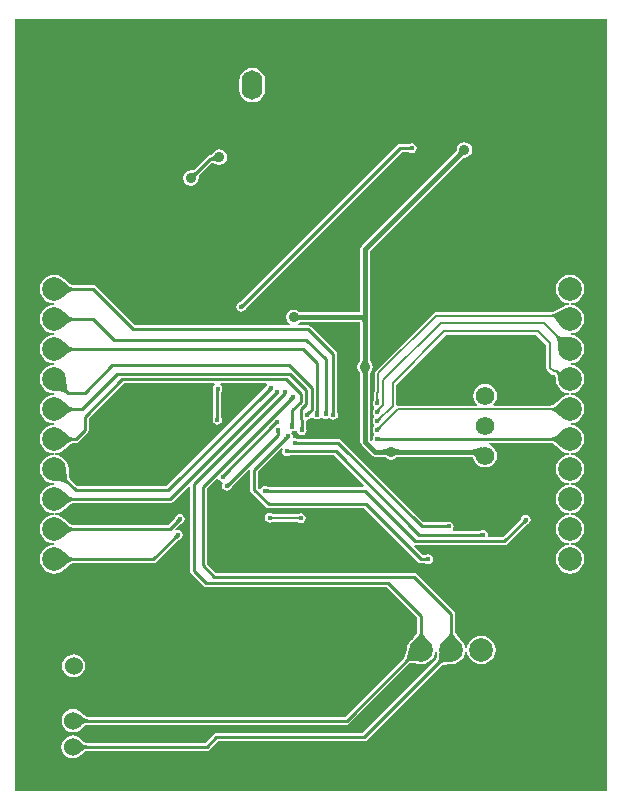
<source format=gbl>
G04*
G04 #@! TF.GenerationSoftware,Altium Limited,Altium Designer,19.0.15 (446)*
G04*
G04 Layer_Physical_Order=2*
G04 Layer_Color=16711680*
%FSLAX25Y25*%
%MOIN*%
G70*
G01*
G75*
%ADD14C,0.01000*%
%ADD62C,0.01600*%
%ADD63C,0.00800*%
%ADD64C,0.06200*%
%ADD65R,0.06200X0.06200*%
%ADD66O,0.06890X0.09843*%
%ADD67C,0.07874*%
%ADD68C,0.06000*%
%ADD69C,0.03500*%
%ADD70C,0.01600*%
G36*
X308677Y231326D02*
X111326Y231326D01*
X111326Y488674D01*
X308677D01*
Y231326D01*
D02*
G37*
%LPC*%
G36*
X190500Y472258D02*
X189392Y472112D01*
X188359Y471684D01*
X187472Y471004D01*
X186792Y470117D01*
X186364Y469085D01*
X186219Y467976D01*
Y465024D01*
X186364Y463915D01*
X186792Y462883D01*
X187472Y461996D01*
X188359Y461316D01*
X189392Y460888D01*
X190500Y460742D01*
X191608Y460888D01*
X192641Y461316D01*
X193527Y461996D01*
X194208Y462883D01*
X194636Y463915D01*
X194781Y465024D01*
Y467976D01*
X194636Y469085D01*
X194208Y470117D01*
X193527Y471004D01*
X192641Y471684D01*
X191608Y472112D01*
X190500Y472258D01*
D02*
G37*
G36*
X243600Y447131D02*
X242976Y447007D01*
X242704Y446826D01*
X239700D01*
X239193Y446725D01*
X238763Y446437D01*
X186496Y394171D01*
X186176Y394107D01*
X185646Y393754D01*
X185293Y393224D01*
X185169Y392600D01*
X185293Y391976D01*
X185646Y391446D01*
X186176Y391093D01*
X186800Y390969D01*
X187424Y391093D01*
X187953Y391446D01*
X188307Y391976D01*
X188371Y392297D01*
X240249Y444174D01*
X242704D01*
X242976Y443993D01*
X243600Y443869D01*
X244224Y443993D01*
X244754Y444347D01*
X245107Y444876D01*
X245231Y445500D01*
X245107Y446124D01*
X244754Y446654D01*
X244224Y447007D01*
X243600Y447131D01*
D02*
G37*
G36*
X261200Y447500D02*
X260205Y447302D01*
X259362Y446738D01*
X258798Y445895D01*
X258600Y444900D01*
X258622Y444792D01*
X258615Y444765D01*
X258595Y444711D01*
X258565Y444648D01*
X258523Y444574D01*
X258474Y444501D01*
X258383Y444390D01*
X226946Y412954D01*
X226593Y412424D01*
X226469Y411800D01*
Y390731D01*
X206615D01*
X206521Y390744D01*
X206424Y390763D01*
X206342Y390785D01*
X206276Y390809D01*
X206224Y390833D01*
X206200Y390847D01*
X206138Y390938D01*
X205295Y391502D01*
X204300Y391700D01*
X203305Y391502D01*
X202462Y390938D01*
X201898Y390095D01*
X201700Y389100D01*
X201898Y388105D01*
X202462Y387262D01*
X202964Y386926D01*
X202813Y386425D01*
X151249D01*
X138237Y399437D01*
X137807Y399725D01*
X137300Y399826D01*
X130691D01*
X130641Y399830D01*
X130473Y399871D01*
X130261Y399951D01*
X130011Y400076D01*
X129726Y400248D01*
X129427Y400457D01*
X128298Y401427D01*
X127994Y401728D01*
X127878Y401878D01*
X126889Y402638D01*
X125737Y403115D01*
X124500Y403278D01*
X123263Y403115D01*
X122111Y402638D01*
X121122Y401878D01*
X120362Y400889D01*
X119885Y399737D01*
X119722Y398500D01*
X119885Y397263D01*
X120362Y396111D01*
X121122Y395122D01*
X122111Y394362D01*
X123263Y393885D01*
X124231Y393758D01*
X124272Y393752D01*
Y393248D01*
X124231Y393242D01*
X123263Y393115D01*
X122111Y392638D01*
X121122Y391879D01*
X120362Y390889D01*
X119885Y389737D01*
X119722Y388500D01*
X119885Y387263D01*
X120362Y386111D01*
X121122Y385121D01*
X122111Y384362D01*
X123263Y383885D01*
X124231Y383758D01*
X124272Y383752D01*
Y383248D01*
X124231Y383242D01*
X123263Y383115D01*
X122111Y382638D01*
X121122Y381878D01*
X120362Y380889D01*
X119885Y379737D01*
X119722Y378500D01*
X119885Y377263D01*
X120362Y376111D01*
X121122Y375121D01*
X122111Y374362D01*
X123263Y373885D01*
X124231Y373758D01*
X124272Y373752D01*
Y373248D01*
X124231Y373242D01*
X123263Y373115D01*
X122111Y372638D01*
X121122Y371879D01*
X120362Y370889D01*
X119885Y369737D01*
X119722Y368500D01*
X119885Y367263D01*
X120362Y366111D01*
X121122Y365122D01*
X122111Y364362D01*
X123263Y363885D01*
X124272Y363752D01*
Y363248D01*
X124251Y363245D01*
X123263Y363115D01*
X122111Y362638D01*
X121122Y361878D01*
X120362Y360889D01*
X119885Y359737D01*
X119722Y358500D01*
X119885Y357263D01*
X120362Y356111D01*
X121122Y355121D01*
X122111Y354362D01*
X123263Y353885D01*
X124231Y353758D01*
X124272Y353752D01*
Y353248D01*
X124231Y353242D01*
X123263Y353115D01*
X122111Y352638D01*
X121122Y351878D01*
X120362Y350889D01*
X119885Y349737D01*
X119722Y348500D01*
X119885Y347263D01*
X120362Y346111D01*
X121122Y345122D01*
X122111Y344362D01*
X123263Y343885D01*
X124231Y343758D01*
X124272Y343752D01*
Y343248D01*
X124231Y343242D01*
X123263Y343115D01*
X122111Y342638D01*
X121122Y341879D01*
X120362Y340889D01*
X119885Y339737D01*
X119722Y338500D01*
X119885Y337263D01*
X120362Y336111D01*
X121122Y335121D01*
X122111Y334362D01*
X123263Y333885D01*
X124272Y333752D01*
Y333248D01*
X124251Y333245D01*
X123263Y333115D01*
X122111Y332638D01*
X121122Y331878D01*
X120362Y330889D01*
X119885Y329737D01*
X119722Y328500D01*
X119885Y327263D01*
X120362Y326111D01*
X121122Y325121D01*
X122111Y324362D01*
X123263Y323885D01*
X124231Y323758D01*
X124272Y323752D01*
Y323248D01*
X124231Y323242D01*
X123263Y323115D01*
X122111Y322638D01*
X121122Y321879D01*
X120362Y320889D01*
X119885Y319737D01*
X119722Y318500D01*
X119885Y317263D01*
X120362Y316111D01*
X121122Y315122D01*
X122111Y314362D01*
X123263Y313885D01*
X124231Y313758D01*
X124272Y313752D01*
Y313248D01*
X124231Y313242D01*
X123263Y313115D01*
X122111Y312638D01*
X121122Y311878D01*
X120362Y310889D01*
X119885Y309737D01*
X119722Y308500D01*
X119885Y307263D01*
X120362Y306111D01*
X121122Y305121D01*
X122111Y304362D01*
X123263Y303885D01*
X124500Y303722D01*
X125737Y303885D01*
X126889Y304362D01*
X127878Y305121D01*
X127994Y305272D01*
X128304Y305579D01*
X129075Y306269D01*
X129411Y306532D01*
X129726Y306752D01*
X130011Y306924D01*
X130261Y307049D01*
X130473Y307129D01*
X130641Y307170D01*
X130691Y307174D01*
X157500D01*
X158007Y307275D01*
X158437Y307563D01*
X165903Y315029D01*
X166224Y315093D01*
X166753Y315446D01*
X167107Y315976D01*
X167231Y316600D01*
X167107Y317224D01*
X166753Y317754D01*
X166224Y318107D01*
X165600Y318231D01*
X165117Y318135D01*
X164860Y318585D01*
X166604Y320329D01*
X166924Y320393D01*
X167454Y320746D01*
X167807Y321276D01*
X167931Y321900D01*
X167807Y322524D01*
X167454Y323054D01*
X166924Y323407D01*
X166300Y323531D01*
X165676Y323407D01*
X165147Y323054D01*
X164793Y322524D01*
X164729Y322203D01*
X162351Y319826D01*
X130691D01*
X130641Y319830D01*
X130473Y319871D01*
X130261Y319951D01*
X130011Y320076D01*
X129726Y320248D01*
X129427Y320457D01*
X128298Y321427D01*
X127994Y321728D01*
X127878Y321879D01*
X126889Y322638D01*
X125737Y323115D01*
X124769Y323242D01*
X124728Y323248D01*
Y323752D01*
X124769Y323758D01*
X125737Y323885D01*
X126889Y324362D01*
X127878Y325121D01*
X127994Y325272D01*
X128304Y325579D01*
X129075Y326269D01*
X129411Y326532D01*
X129726Y326752D01*
X130011Y326924D01*
X130261Y327049D01*
X130473Y327129D01*
X130641Y327170D01*
X130691Y327174D01*
X163000D01*
X163507Y327275D01*
X163937Y327563D01*
X169313Y332938D01*
X169774Y332747D01*
Y304700D01*
X169875Y304193D01*
X170163Y303763D01*
X174263Y299663D01*
X174693Y299375D01*
X175200Y299274D01*
X235251D01*
X245508Y289018D01*
Y284390D01*
X245503Y284342D01*
X245462Y284173D01*
X245382Y283961D01*
X245257Y283711D01*
X245085Y283426D01*
X244876Y283126D01*
X243906Y281998D01*
X243605Y281694D01*
X243455Y281578D01*
X242695Y280589D01*
X242218Y279437D01*
X242192Y279237D01*
X242054Y278712D01*
X241567Y277057D01*
X241284Y276274D01*
X241164Y275993D01*
X241057Y275780D01*
X240978Y275653D01*
X221351Y256026D01*
X135458D01*
X135335Y256052D01*
X135184Y256103D01*
X135006Y256184D01*
X134805Y256297D01*
X134583Y256443D01*
X134351Y256618D01*
X133806Y257094D01*
X133587Y257310D01*
X133510Y257410D01*
X132716Y258019D01*
X131792Y258402D01*
X130800Y258533D01*
X129808Y258402D01*
X128884Y258019D01*
X128090Y257410D01*
X127481Y256616D01*
X127098Y255692D01*
X126967Y254700D01*
X127098Y253708D01*
X127481Y252784D01*
X128090Y251990D01*
X128884Y251381D01*
X129808Y250998D01*
X130800Y250867D01*
X131792Y250998D01*
X132716Y251381D01*
X133510Y251990D01*
X133587Y252090D01*
X133806Y252306D01*
X134350Y252782D01*
X134583Y252957D01*
X134805Y253103D01*
X135006Y253216D01*
X135184Y253297D01*
X135335Y253348D01*
X135458Y253375D01*
X221900D01*
X222407Y253475D01*
X222837Y253763D01*
X242681Y273606D01*
X242736Y273653D01*
X242880Y273738D01*
X243059Y273810D01*
X243281Y273866D01*
X243549Y273900D01*
X243864Y273907D01*
X244212Y273886D01*
X245088Y273740D01*
X245432Y273653D01*
X245597Y273585D01*
X246833Y273422D01*
X248070Y273585D01*
X249222Y274062D01*
X250212Y274821D01*
X250971Y275811D01*
X251448Y276963D01*
X251575Y277930D01*
X251580Y277962D01*
X252080Y277928D01*
X252078Y277576D01*
X252020Y276543D01*
X251969Y276119D01*
X251902Y275741D01*
X251822Y275418D01*
X251733Y275152D01*
X251640Y274946D01*
X251550Y274798D01*
X251518Y274760D01*
X227284Y250525D01*
X178526D01*
X178019Y250425D01*
X177589Y250137D01*
X174678Y247225D01*
X135258D01*
X135135Y247252D01*
X134984Y247303D01*
X134806Y247384D01*
X134605Y247497D01*
X134383Y247643D01*
X134151Y247818D01*
X133606Y248294D01*
X133387Y248510D01*
X133310Y248610D01*
X132516Y249219D01*
X131592Y249602D01*
X130600Y249733D01*
X129608Y249602D01*
X128684Y249219D01*
X127890Y248610D01*
X127281Y247816D01*
X126898Y246892D01*
X126767Y245900D01*
X126898Y244908D01*
X127281Y243984D01*
X127890Y243190D01*
X128684Y242581D01*
X129608Y242198D01*
X130600Y242067D01*
X131592Y242198D01*
X132516Y242581D01*
X133310Y243190D01*
X133387Y243290D01*
X133606Y243506D01*
X134150Y243982D01*
X134383Y244157D01*
X134605Y244303D01*
X134806Y244416D01*
X134984Y244497D01*
X135135Y244548D01*
X135258Y244574D01*
X175226D01*
X175734Y244675D01*
X176164Y244963D01*
X179076Y247874D01*
X227833D01*
X228340Y247975D01*
X228770Y248263D01*
X253393Y272885D01*
X253431Y272917D01*
X253579Y273007D01*
X253785Y273100D01*
X254051Y273189D01*
X254374Y273269D01*
X254734Y273332D01*
X256218Y273445D01*
X256645Y273447D01*
X256833Y273422D01*
X258070Y273585D01*
X259222Y274062D01*
X260211Y274821D01*
X260971Y275811D01*
X261448Y276963D01*
X261576Y277930D01*
X261581Y277972D01*
X262085D01*
X262091Y277930D01*
X262218Y276963D01*
X262695Y275811D01*
X263455Y274821D01*
X264444Y274062D01*
X265597Y273585D01*
X266833Y273422D01*
X268070Y273585D01*
X269222Y274062D01*
X270212Y274821D01*
X270971Y275811D01*
X271448Y276963D01*
X271611Y278200D01*
X271448Y279437D01*
X270971Y280589D01*
X270212Y281578D01*
X269222Y282338D01*
X268070Y282815D01*
X266833Y282978D01*
X265597Y282815D01*
X264444Y282338D01*
X263455Y281578D01*
X262695Y280589D01*
X262218Y279437D01*
X262091Y278469D01*
X262085Y278428D01*
X261581D01*
X261576Y278469D01*
X261448Y279437D01*
X260971Y280589D01*
X260211Y281578D01*
X260061Y281694D01*
X259754Y282003D01*
X259064Y282775D01*
X258801Y283111D01*
X258581Y283426D01*
X258409Y283711D01*
X258284Y283961D01*
X258204Y284173D01*
X258163Y284342D01*
X258158Y284390D01*
Y290167D01*
X258058Y290674D01*
X257770Y291104D01*
X245237Y303637D01*
X244807Y303925D01*
X244300Y304026D01*
X178349D01*
X175326Y307049D01*
Y332151D01*
X178611Y335437D01*
X179014Y335314D01*
X179119Y335237D01*
X179446Y334747D01*
X179976Y334393D01*
X180355Y334317D01*
X180607Y333805D01*
X180608Y333796D01*
X180493Y333624D01*
X180369Y333000D01*
X180493Y332376D01*
X180847Y331846D01*
X181376Y331493D01*
X182000Y331369D01*
X182624Y331493D01*
X183153Y331846D01*
X183507Y332376D01*
X183571Y332697D01*
X189287Y338413D01*
X189517Y338359D01*
X189775Y338193D01*
Y331700D01*
X189875Y331193D01*
X190163Y330763D01*
X194963Y325963D01*
X195393Y325675D01*
X195900Y325574D01*
X195900Y325574D01*
X227751D01*
X245763Y307563D01*
X246193Y307275D01*
X246700Y307174D01*
X248204D01*
X248476Y306993D01*
X249100Y306869D01*
X249724Y306993D01*
X250254Y307347D01*
X250607Y307876D01*
X250731Y308500D01*
X250607Y309124D01*
X250254Y309653D01*
X249724Y310007D01*
X249100Y310131D01*
X248476Y310007D01*
X248204Y309825D01*
X247249D01*
X244313Y312762D01*
X244559Y313222D01*
X244800Y313175D01*
X274500D01*
X275007Y313275D01*
X275437Y313563D01*
X282003Y320129D01*
X282324Y320193D01*
X282854Y320547D01*
X283207Y321076D01*
X283331Y321700D01*
X283207Y322324D01*
X282854Y322853D01*
X282324Y323207D01*
X281700Y323331D01*
X281076Y323207D01*
X280546Y322853D01*
X280193Y322324D01*
X280129Y322004D01*
X273951Y315826D01*
X269362D01*
X268977Y316325D01*
X269031Y316600D01*
X268907Y317224D01*
X268553Y317754D01*
X268024Y318107D01*
X267400Y318231D01*
X266776Y318107D01*
X266504Y317926D01*
X257505D01*
X257273Y318425D01*
X257507Y318776D01*
X257631Y319400D01*
X257507Y320024D01*
X257154Y320553D01*
X256624Y320907D01*
X256000Y321031D01*
X255376Y320907D01*
X255104Y320725D01*
X247549D01*
X220137Y348137D01*
X219707Y348425D01*
X219200Y348526D01*
X205496D01*
X205224Y348707D01*
X204600Y348831D01*
X204292Y348770D01*
X203870Y349192D01*
X203931Y349500D01*
X203807Y350124D01*
X203489Y350601D01*
X203563Y350823D01*
X203725Y351074D01*
X204324Y351193D01*
X204816Y351521D01*
X205067Y351459D01*
X205314Y351336D01*
X205426Y350776D01*
X205780Y350247D01*
X206309Y349893D01*
X206933Y349769D01*
X207557Y349893D01*
X208087Y350247D01*
X208440Y350776D01*
X208564Y351400D01*
X208440Y352024D01*
X208259Y352296D01*
Y354567D01*
X208740Y354981D01*
X208800Y354969D01*
X209424Y355093D01*
X209953Y355447D01*
X210133Y355715D01*
X210728Y355724D01*
X210846Y355546D01*
X211376Y355193D01*
X212000Y355069D01*
X212624Y355193D01*
X213154Y355546D01*
X213233Y355666D01*
X213620D01*
X213798Y355612D01*
X214276Y355293D01*
X214900Y355169D01*
X215524Y355293D01*
X215748Y355442D01*
X216347Y355447D01*
X216876Y355093D01*
X217500Y354969D01*
X218124Y355093D01*
X218653Y355447D01*
X219007Y355976D01*
X219131Y356600D01*
X219007Y357224D01*
X218826Y357496D01*
Y376800D01*
X218725Y377307D01*
X218437Y377737D01*
X210137Y386037D01*
X209707Y386325D01*
X209200Y386425D01*
X205787D01*
X205635Y386926D01*
X206138Y387262D01*
X206200Y387353D01*
X206224Y387367D01*
X206276Y387391D01*
X206342Y387415D01*
X206424Y387437D01*
X206510Y387454D01*
X206653Y387469D01*
X226324D01*
X226469Y387324D01*
Y374915D01*
X226456Y374821D01*
X226437Y374724D01*
X226415Y374642D01*
X226391Y374576D01*
X226367Y374523D01*
X226353Y374500D01*
X226261Y374439D01*
X225698Y373595D01*
X225500Y372600D01*
X225698Y371605D01*
X226261Y370761D01*
X226354Y370700D01*
X226367Y370676D01*
X226391Y370624D01*
X226415Y370558D01*
X226437Y370476D01*
X226454Y370390D01*
X226469Y370247D01*
Y347700D01*
X226593Y347076D01*
X226946Y346547D01*
X230346Y343146D01*
X230876Y342793D01*
X231500Y342669D01*
X234385D01*
X234479Y342656D01*
X234576Y342637D01*
X234658Y342615D01*
X234724Y342591D01*
X234776Y342567D01*
X234800Y342553D01*
X234861Y342461D01*
X235705Y341898D01*
X236700Y341700D01*
X237695Y341898D01*
X238539Y342461D01*
X238600Y342553D01*
X238623Y342567D01*
X238676Y342591D01*
X238742Y342615D01*
X238824Y342637D01*
X238910Y342654D01*
X239053Y342669D01*
X263392D01*
X263531Y342644D01*
X263670Y342600D01*
X263794Y342542D01*
X263907Y342467D01*
X264014Y342371D01*
X264119Y342249D01*
X264222Y342096D01*
X264320Y341908D01*
X264424Y341651D01*
X264459Y341599D01*
X264693Y341033D01*
X265318Y340218D01*
X266133Y339593D01*
X267082Y339200D01*
X268100Y339066D01*
X269118Y339200D01*
X270067Y339593D01*
X270882Y340218D01*
X271507Y341033D01*
X271900Y341982D01*
X272034Y343000D01*
X271900Y344018D01*
X271507Y344967D01*
X270882Y345781D01*
X270067Y346407D01*
X269299Y346725D01*
X269399Y347224D01*
X290204D01*
X290254Y347220D01*
X290423Y347179D01*
X290633Y347099D01*
X290881Y346974D01*
X291163Y346801D01*
X291473Y346581D01*
X291804Y346317D01*
X292563Y345624D01*
X292895Y345286D01*
X293021Y345122D01*
X294011Y344362D01*
X295163Y343885D01*
X296130Y343758D01*
X296172Y343752D01*
Y343248D01*
X296130Y343242D01*
X295163Y343115D01*
X294011Y342638D01*
X293021Y341879D01*
X292262Y340889D01*
X291785Y339737D01*
X291622Y338500D01*
X291785Y337263D01*
X292262Y336111D01*
X293021Y335121D01*
X294011Y334362D01*
X295163Y333885D01*
X296130Y333758D01*
X296172Y333752D01*
Y333248D01*
X296130Y333242D01*
X295163Y333115D01*
X294011Y332638D01*
X293021Y331878D01*
X292262Y330889D01*
X291785Y329737D01*
X291622Y328500D01*
X291785Y327263D01*
X292262Y326111D01*
X293021Y325121D01*
X294011Y324362D01*
X295163Y323885D01*
X296130Y323758D01*
X296172Y323752D01*
Y323248D01*
X296130Y323242D01*
X295163Y323115D01*
X294011Y322638D01*
X293021Y321879D01*
X292262Y320889D01*
X291785Y319737D01*
X291622Y318500D01*
X291785Y317263D01*
X292262Y316111D01*
X293021Y315122D01*
X294011Y314362D01*
X295163Y313885D01*
X296130Y313758D01*
X296172Y313752D01*
Y313248D01*
X296130Y313242D01*
X295163Y313115D01*
X294011Y312638D01*
X293021Y311878D01*
X292262Y310889D01*
X291785Y309737D01*
X291622Y308500D01*
X291785Y307263D01*
X292262Y306111D01*
X293021Y305121D01*
X294011Y304362D01*
X295163Y303885D01*
X296400Y303722D01*
X297637Y303885D01*
X298789Y304362D01*
X299779Y305121D01*
X300538Y306111D01*
X301015Y307263D01*
X301178Y308500D01*
X301015Y309737D01*
X300538Y310889D01*
X299779Y311878D01*
X298789Y312638D01*
X297637Y313115D01*
X296670Y313242D01*
X296628Y313248D01*
Y313752D01*
X296670Y313758D01*
X297637Y313885D01*
X298789Y314362D01*
X299779Y315122D01*
X300538Y316111D01*
X301015Y317263D01*
X301178Y318500D01*
X301015Y319737D01*
X300538Y320889D01*
X299779Y321879D01*
X298789Y322638D01*
X297637Y323115D01*
X296670Y323242D01*
X296628Y323248D01*
Y323752D01*
X296670Y323758D01*
X297637Y323885D01*
X298789Y324362D01*
X299779Y325121D01*
X300538Y326111D01*
X301015Y327263D01*
X301178Y328500D01*
X301015Y329737D01*
X300538Y330889D01*
X299779Y331878D01*
X298789Y332638D01*
X297637Y333115D01*
X296670Y333242D01*
X296628Y333248D01*
Y333752D01*
X296670Y333758D01*
X297637Y333885D01*
X298789Y334362D01*
X299779Y335121D01*
X300538Y336111D01*
X301015Y337263D01*
X301178Y338500D01*
X301015Y339737D01*
X300538Y340889D01*
X299779Y341879D01*
X298789Y342638D01*
X297637Y343115D01*
X296670Y343242D01*
X296628Y343248D01*
Y343752D01*
X296670Y343758D01*
X297637Y343885D01*
X298789Y344362D01*
X299779Y345122D01*
X300538Y346111D01*
X301015Y347263D01*
X301178Y348500D01*
X301015Y349737D01*
X300538Y350889D01*
X299779Y351878D01*
X298789Y352638D01*
X297637Y353115D01*
X296670Y353242D01*
X296628Y353248D01*
Y353752D01*
X296670Y353758D01*
X297637Y353885D01*
X298789Y354362D01*
X299779Y355121D01*
X300538Y356111D01*
X301015Y357263D01*
X301178Y358500D01*
X301015Y359737D01*
X300538Y360889D01*
X299779Y361878D01*
X298789Y362638D01*
X297637Y363115D01*
X296670Y363242D01*
X296628Y363248D01*
Y363752D01*
X296670Y363758D01*
X297637Y363885D01*
X298789Y364362D01*
X299779Y365122D01*
X300538Y366111D01*
X301015Y367263D01*
X301178Y368500D01*
X301015Y369737D01*
X300538Y370889D01*
X299779Y371879D01*
X298789Y372638D01*
X297637Y373115D01*
X296670Y373242D01*
X296628Y373248D01*
Y373752D01*
X296670Y373758D01*
X297637Y373885D01*
X298789Y374362D01*
X299779Y375121D01*
X300538Y376111D01*
X301015Y377263D01*
X301178Y378500D01*
X301015Y379737D01*
X300538Y380889D01*
X299779Y381878D01*
X298789Y382638D01*
X297637Y383115D01*
X296632Y383247D01*
X296628Y383248D01*
Y383752D01*
X296652Y383755D01*
X297637Y383885D01*
X298789Y384362D01*
X299779Y385121D01*
X300538Y386111D01*
X301015Y387263D01*
X301178Y388500D01*
X301015Y389737D01*
X300538Y390889D01*
X299779Y391879D01*
X298789Y392638D01*
X297637Y393115D01*
X296670Y393242D01*
X296628Y393248D01*
Y393752D01*
X296670Y393758D01*
X297637Y393885D01*
X298789Y394362D01*
X299779Y395122D01*
X300538Y396111D01*
X301015Y397263D01*
X301178Y398500D01*
X301015Y399737D01*
X300538Y400889D01*
X299779Y401878D01*
X298789Y402638D01*
X297637Y403115D01*
X296400Y403278D01*
X295163Y403115D01*
X294011Y402638D01*
X293021Y401878D01*
X292262Y400889D01*
X291785Y399737D01*
X291622Y398500D01*
X291785Y397263D01*
X292262Y396111D01*
X293021Y395122D01*
X294011Y394362D01*
X295163Y393885D01*
X296130Y393758D01*
X296172Y393752D01*
Y393248D01*
X296130Y393242D01*
X295163Y393115D01*
X294011Y392638D01*
X293913Y392563D01*
X293509Y392351D01*
X291408Y391312D01*
X290747Y391029D01*
X290535Y390953D01*
X290431Y390924D01*
X251800D01*
X251332Y390830D01*
X250935Y390565D01*
X231635Y371265D01*
X231370Y370868D01*
X231276Y370400D01*
Y364549D01*
X231070Y364240D01*
X230977Y363772D01*
Y361609D01*
X230693Y361184D01*
X230569Y360560D01*
X230693Y359936D01*
X231047Y359406D01*
X231183Y359315D01*
Y358815D01*
X231047Y358723D01*
X230693Y358194D01*
X230569Y357570D01*
X230693Y356946D01*
X231047Y356417D01*
X231183Y356325D01*
Y355825D01*
X231047Y355733D01*
X230693Y355204D01*
X230569Y354580D01*
X230693Y353956D01*
X231047Y353427D01*
X231183Y353335D01*
Y352835D01*
X231047Y352744D01*
X230693Y352214D01*
X230569Y351590D01*
X230693Y350966D01*
X231047Y350436D01*
X231183Y350345D01*
Y349845D01*
X231047Y349753D01*
X230693Y349224D01*
X230569Y348600D01*
X230657Y348158D01*
X230196Y347911D01*
X229731Y348376D01*
Y370285D01*
X229744Y370379D01*
X229763Y370476D01*
X229785Y370558D01*
X229809Y370624D01*
X229833Y370676D01*
X229847Y370700D01*
X229939Y370761D01*
X230502Y371605D01*
X230700Y372600D01*
X230502Y373595D01*
X229939Y374439D01*
X229847Y374500D01*
X229833Y374523D01*
X229809Y374576D01*
X229785Y374642D01*
X229763Y374724D01*
X229746Y374810D01*
X229731Y374953D01*
Y388000D01*
Y411124D01*
X260717Y442110D01*
X260791Y442167D01*
X260874Y442222D01*
X260948Y442265D01*
X261011Y442295D01*
X261065Y442315D01*
X261092Y442322D01*
X261200Y442300D01*
X262195Y442498D01*
X263038Y443061D01*
X263602Y443905D01*
X263800Y444900D01*
X263602Y445895D01*
X263038Y446738D01*
X262195Y447302D01*
X261200Y447500D01*
D02*
G37*
G36*
X179500Y445100D02*
X178505Y444902D01*
X177662Y444339D01*
X177297Y443793D01*
X177263Y443755D01*
X177188Y443631D01*
X177132Y443552D01*
X177079Y443492D01*
X177029Y443446D01*
X176983Y443412D01*
X176937Y443387D01*
X176890Y443367D01*
X176837Y443352D01*
X176806Y443347D01*
X176522D01*
X176014Y443246D01*
X175584Y442959D01*
X170912Y438286D01*
X170881Y438263D01*
X170813Y438222D01*
X170737Y438184D01*
X170650Y438150D01*
X170551Y438121D01*
X170440Y438097D01*
X170316Y438079D01*
X170177Y438068D01*
X170160Y438068D01*
X170000Y438100D01*
X169005Y437902D01*
X168162Y437338D01*
X167598Y436495D01*
X167400Y435500D01*
X167598Y434505D01*
X168162Y433662D01*
X169005Y433098D01*
X170000Y432900D01*
X170995Y433098D01*
X171838Y433662D01*
X172402Y434505D01*
X172600Y435500D01*
X172568Y435660D01*
X172569Y435677D01*
X172579Y435816D01*
X172597Y435940D01*
X172621Y436052D01*
X172650Y436150D01*
X172684Y436237D01*
X172722Y436313D01*
X172763Y436381D01*
X172786Y436412D01*
X177071Y440696D01*
X177132D01*
X177165Y440692D01*
X177253Y440677D01*
X177504Y440608D01*
X177607Y440571D01*
X178078Y440354D01*
X178240Y440265D01*
X178268Y440256D01*
X178505Y440098D01*
X179500Y439900D01*
X180495Y440098D01*
X181338Y440661D01*
X181902Y441505D01*
X182100Y442500D01*
X181902Y443495D01*
X181338Y444339D01*
X180495Y444902D01*
X179500Y445100D01*
D02*
G37*
G36*
X196300Y323931D02*
X195676Y323807D01*
X195147Y323453D01*
X194793Y322924D01*
X194669Y322300D01*
X194793Y321676D01*
X195147Y321146D01*
X195676Y320793D01*
X196300Y320669D01*
X196924Y320793D01*
X197180Y320964D01*
X197182Y320964D01*
X197194Y320969D01*
X197197Y320970D01*
X197199Y320970D01*
X197275Y320976D01*
X205526D01*
X205546Y320947D01*
X206076Y320593D01*
X206700Y320469D01*
X207324Y320593D01*
X207854Y320947D01*
X208207Y321476D01*
X208331Y322100D01*
X208207Y322724D01*
X207854Y323253D01*
X207324Y323607D01*
X206700Y323731D01*
X206076Y323607D01*
X205820Y323436D01*
X205818Y323436D01*
X205806Y323431D01*
X205803Y323430D01*
X205801Y323430D01*
X205725Y323424D01*
X197474D01*
X197453Y323453D01*
X196924Y323807D01*
X196300Y323931D01*
D02*
G37*
G36*
X130900Y276733D02*
X129908Y276602D01*
X128984Y276219D01*
X128190Y275610D01*
X127581Y274816D01*
X127198Y273892D01*
X127067Y272900D01*
X127198Y271908D01*
X127581Y270984D01*
X128190Y270190D01*
X128984Y269581D01*
X129908Y269198D01*
X130900Y269067D01*
X131892Y269198D01*
X132816Y269581D01*
X133610Y270190D01*
X134219Y270984D01*
X134602Y271908D01*
X134733Y272900D01*
X134602Y273892D01*
X134219Y274816D01*
X133610Y275610D01*
X132816Y276219D01*
X131892Y276602D01*
X130900Y276733D01*
D02*
G37*
%LPD*%
G36*
X243029Y444940D02*
X243013Y444951D01*
X242988Y444962D01*
X242956Y444971D01*
X242915Y444978D01*
X242866Y444985D01*
X242743Y444995D01*
X242495Y445000D01*
Y446000D01*
X242586Y446001D01*
X242915Y446022D01*
X242956Y446029D01*
X242988Y446038D01*
X243013Y446049D01*
X243029Y446060D01*
Y444940D01*
D02*
G37*
G36*
X187935Y393027D02*
X187871Y392963D01*
X187653Y392715D01*
X187630Y392681D01*
X187613Y392652D01*
X187603Y392627D01*
X187600Y392608D01*
X186808Y393400D01*
X186827Y393403D01*
X186852Y393413D01*
X186881Y393430D01*
X186915Y393453D01*
X186955Y393483D01*
X187049Y393564D01*
X187227Y393735D01*
X187935Y393027D01*
D02*
G37*
G36*
X261182Y443150D02*
X261063Y443145D01*
X260942Y443126D01*
X260819Y443093D01*
X260695Y443048D01*
X260570Y442988D01*
X260443Y442916D01*
X260315Y442830D01*
X260186Y442730D01*
X260055Y442618D01*
X259923Y442491D01*
X258791Y443623D01*
X258917Y443755D01*
X259130Y444015D01*
X259216Y444143D01*
X259288Y444270D01*
X259348Y444395D01*
X259393Y444519D01*
X259426Y444642D01*
X259445Y444763D01*
X259450Y444882D01*
X261182Y443150D01*
D02*
G37*
G36*
X127744Y400827D02*
X128926Y399812D01*
X129281Y399564D01*
X129617Y399361D01*
X129934Y399203D01*
X130231Y399090D01*
X130509Y399023D01*
X130767Y399000D01*
Y398000D01*
X130509Y397977D01*
X130231Y397910D01*
X129934Y397797D01*
X129617Y397639D01*
X129281Y397436D01*
X128926Y397188D01*
X128551Y396895D01*
X127744Y396173D01*
X127312Y395744D01*
Y401256D01*
X127744Y400827D01*
D02*
G37*
G36*
X205638Y390244D02*
X205737Y390172D01*
X205847Y390108D01*
X205967Y390053D01*
X206097Y390006D01*
X206238Y389968D01*
X206389Y389938D01*
X206551Y389917D01*
X206724Y389904D01*
X206906Y389900D01*
Y388300D01*
X206724Y388296D01*
X206389Y388262D01*
X206238Y388232D01*
X206097Y388194D01*
X205967Y388147D01*
X205847Y388092D01*
X205737Y388028D01*
X205638Y387956D01*
X205550Y387875D01*
Y390325D01*
X205638Y390244D01*
D02*
G37*
G36*
X292882Y386732D02*
X292623Y387220D01*
X292097Y388042D01*
X291831Y388376D01*
X291562Y388658D01*
X291291Y388889D01*
X291018Y389069D01*
X290742Y389197D01*
X290463Y389274D01*
X290183Y389300D01*
X290441Y390100D01*
X290582Y390119D01*
X290784Y390175D01*
X291045Y390269D01*
X291749Y390570D01*
X293879Y391624D01*
X294562Y391982D01*
X292882Y386732D01*
D02*
G37*
G36*
X127744Y390827D02*
X128926Y389812D01*
X129281Y389564D01*
X129617Y389361D01*
X129934Y389203D01*
X130231Y389090D01*
X130509Y389023D01*
X130767Y389000D01*
Y388000D01*
X130509Y387977D01*
X130231Y387910D01*
X129934Y387797D01*
X129617Y387639D01*
X129281Y387436D01*
X128926Y387188D01*
X128551Y386895D01*
X127744Y386173D01*
X127312Y385744D01*
Y391256D01*
X127744Y390827D01*
D02*
G37*
G36*
X292432Y383067D02*
X292670Y382929D01*
X292957Y382808D01*
X293295Y382704D01*
X293682Y382617D01*
X294118Y382547D01*
X295140Y382458D01*
X295726Y382439D01*
X296361Y382437D01*
X292463Y378539D01*
X292461Y379174D01*
X292353Y380782D01*
X292283Y381218D01*
X292196Y381605D01*
X292092Y381943D01*
X291971Y382230D01*
X291833Y382468D01*
X291677Y382657D01*
X292243Y383223D01*
X292432Y383067D01*
D02*
G37*
G36*
X127744Y380827D02*
X128926Y379812D01*
X129281Y379564D01*
X129617Y379361D01*
X129934Y379203D01*
X130231Y379090D01*
X130509Y379023D01*
X130767Y379000D01*
Y378000D01*
X130509Y377977D01*
X130231Y377910D01*
X129934Y377797D01*
X129617Y377639D01*
X129281Y377436D01*
X128926Y377188D01*
X128551Y376895D01*
X127744Y376173D01*
X127312Y375744D01*
Y381256D01*
X127744Y380827D01*
D02*
G37*
G36*
X228904Y375024D02*
X228938Y374690D01*
X228968Y374538D01*
X229006Y374397D01*
X229053Y374267D01*
X229108Y374147D01*
X229172Y374037D01*
X229244Y373938D01*
X229325Y373850D01*
X226875D01*
X226956Y373938D01*
X227028Y374037D01*
X227092Y374147D01*
X227147Y374267D01*
X227194Y374397D01*
X227232Y374538D01*
X227262Y374690D01*
X227283Y374851D01*
X227296Y375024D01*
X227300Y375206D01*
X228900D01*
X228904Y375024D01*
D02*
G37*
G36*
X292466Y368653D02*
X292466Y368899D01*
X292448Y369139D01*
X292411Y369372D01*
X292355Y369597D01*
X292280Y369814D01*
X292187Y370025D01*
X292075Y370228D01*
X291944Y370424D01*
X291794Y370613D01*
X291626Y370794D01*
X292192Y371360D01*
X292336Y371231D01*
X292483Y371132D01*
X292633Y371063D01*
X292784Y371023D01*
X292938Y371013D01*
X293095Y371032D01*
X293253Y371081D01*
X293414Y371160D01*
X293578Y371268D01*
X293743Y371406D01*
X292466Y368653D01*
D02*
G37*
G36*
X229244Y371262D02*
X229172Y371163D01*
X229108Y371053D01*
X229053Y370933D01*
X229006Y370803D01*
X228968Y370662D01*
X228938Y370511D01*
X228917Y370349D01*
X228904Y370176D01*
X228900Y369994D01*
X227300D01*
X227296Y370176D01*
X227262Y370511D01*
X227232Y370662D01*
X227194Y370803D01*
X227147Y370933D01*
X227092Y371053D01*
X227028Y371163D01*
X226956Y371262D01*
X226875Y371350D01*
X229325D01*
X229244Y371262D01*
D02*
G37*
G36*
X196665Y364900D02*
X196646Y364897D01*
X196622Y364887D01*
X196592Y364870D01*
X196558Y364847D01*
X196518Y364817D01*
X196424Y364736D01*
X196246Y364565D01*
X195539Y365273D01*
X195602Y365337D01*
X195820Y365585D01*
X195844Y365619D01*
X195860Y365648D01*
X195870Y365673D01*
X195873Y365692D01*
X196665Y364900D01*
D02*
G37*
G36*
X179447Y364716D02*
X179435Y364700D01*
X179423Y364675D01*
X179414Y364642D01*
X179405Y364601D01*
X179398Y364552D01*
X179388Y364428D01*
X179382Y364181D01*
X178382Y364210D01*
X178381Y364301D01*
X178355Y364670D01*
X178347Y364702D01*
X178338Y364726D01*
X178327Y364741D01*
X179447Y364716D01*
D02*
G37*
G36*
X128440Y367852D02*
X128557Y366298D01*
X128633Y365872D01*
X128727Y365491D01*
X128839Y365155D01*
X128970Y364865D01*
X129118Y364621D01*
X129285Y364422D01*
X128578Y363715D01*
X128379Y363882D01*
X128135Y364030D01*
X127845Y364161D01*
X127509Y364273D01*
X127128Y364367D01*
X126702Y364443D01*
X126230Y364500D01*
X125148Y364560D01*
X124539Y364563D01*
X128437Y368461D01*
X128440Y367852D01*
D02*
G37*
G36*
X198792Y363500D02*
X198773Y363497D01*
X198748Y363487D01*
X198719Y363470D01*
X198685Y363447D01*
X198645Y363417D01*
X198551Y363336D01*
X198373Y363165D01*
X197666Y363873D01*
X197729Y363937D01*
X197947Y364185D01*
X197970Y364219D01*
X197987Y364248D01*
X197997Y364273D01*
X198000Y364292D01*
X198792Y363500D01*
D02*
G37*
G36*
X201541Y363301D02*
X201525Y363297D01*
X201504Y363286D01*
X201477Y363269D01*
X201445Y363245D01*
X201364Y363177D01*
X201203Y363025D01*
X201138Y362961D01*
X200375Y363612D01*
X200438Y363676D01*
X200624Y363887D01*
X200653Y363927D01*
X200676Y363963D01*
X200691Y363995D01*
X200700Y364021D01*
X200702Y364043D01*
X201541Y363301D01*
D02*
G37*
G36*
X203892Y361800D02*
X203873Y361797D01*
X203848Y361787D01*
X203819Y361770D01*
X203785Y361747D01*
X203745Y361717D01*
X203651Y361636D01*
X203473Y361466D01*
X202765Y362173D01*
X202829Y362237D01*
X203047Y362485D01*
X203070Y362519D01*
X203087Y362548D01*
X203097Y362573D01*
X203100Y362592D01*
X203892Y361800D01*
D02*
G37*
G36*
X232602Y361647D02*
X232614Y361492D01*
X232626Y361423D01*
X232640Y361360D01*
X232658Y361303D01*
X232678Y361251D01*
X232702Y361206D01*
X232730Y361166D01*
X232760Y361131D01*
X231640D01*
X231670Y361166D01*
X231698Y361206D01*
X231722Y361251D01*
X231742Y361303D01*
X231760Y361360D01*
X231774Y361423D01*
X231786Y361492D01*
X231794Y361566D01*
X231800Y361733D01*
X232600D01*
X232602Y361647D01*
D02*
G37*
G36*
X288476Y379893D02*
Y372300D01*
X288570Y371832D01*
X288835Y371435D01*
X290058Y370212D01*
X290455Y369946D01*
X290923Y369853D01*
X291344D01*
X291377Y369804D01*
X291456Y369662D01*
X291520Y369516D01*
X291572Y369366D01*
X291611Y369209D01*
X291637Y369043D01*
X291651Y368869D01*
X291650Y368715D01*
X291622Y368500D01*
X291785Y367263D01*
X292262Y366111D01*
X293021Y365122D01*
X294011Y364362D01*
X295163Y363885D01*
X296130Y363758D01*
X296172Y363752D01*
Y363248D01*
X296130Y363242D01*
X295163Y363115D01*
X294011Y362638D01*
X293021Y361878D01*
X292905Y361727D01*
X292572Y361395D01*
X292169Y361018D01*
X291423Y360392D01*
X291109Y360165D01*
X290823Y359983D01*
X290574Y359852D01*
X290371Y359769D01*
X290219Y359729D01*
X290163Y359723D01*
X271014D01*
X270909Y360033D01*
X270885Y360224D01*
X271507Y361033D01*
X271900Y361982D01*
X272034Y363000D01*
X271900Y364018D01*
X271507Y364967D01*
X270882Y365781D01*
X270067Y366407D01*
X269118Y366800D01*
X268100Y366934D01*
X267082Y366800D01*
X266133Y366407D01*
X265318Y365781D01*
X264693Y364967D01*
X264300Y364018D01*
X264166Y363000D01*
X264300Y361982D01*
X264693Y361033D01*
X265315Y360224D01*
X265291Y360033D01*
X265186Y359723D01*
X239110D01*
X239023Y359706D01*
X238524Y360107D01*
Y366693D01*
X255007Y383176D01*
X285193D01*
X288476Y379893D01*
D02*
G37*
G36*
X233270Y358236D02*
X233210Y358174D01*
X233113Y358055D01*
X233074Y357998D01*
X233043Y357943D01*
X233018Y357889D01*
X233001Y357837D01*
X232991Y357787D01*
X232987Y357739D01*
X232991Y357692D01*
X232094Y358363D01*
X232135Y358371D01*
X232178Y358385D01*
X232224Y358405D01*
X232272Y358431D01*
X232322Y358462D01*
X232375Y358499D01*
X232487Y358591D01*
X232547Y358646D01*
X232609Y358706D01*
X233270Y358236D01*
D02*
G37*
G36*
X215401Y357814D02*
X215422Y357485D01*
X215429Y357444D01*
X215438Y357412D01*
X215449Y357387D01*
X215460Y357371D01*
X214340D01*
X214351Y357387D01*
X214362Y357412D01*
X214371Y357444D01*
X214378Y357485D01*
X214385Y357534D01*
X214395Y357657D01*
X214400Y357905D01*
X215400D01*
X215401Y357814D01*
D02*
G37*
G36*
X212550Y357761D02*
X212550Y357670D01*
X212572Y357303D01*
X212579Y357272D01*
X212586Y357249D01*
X212595Y357235D01*
X211477Y357305D01*
X211491Y357322D01*
X211503Y357347D01*
X211514Y357380D01*
X211524Y357421D01*
X211532Y357471D01*
X211543Y357594D01*
X211549Y357751D01*
X211550Y357841D01*
X212550Y357761D01*
D02*
G37*
G36*
X218001Y357614D02*
X218022Y357285D01*
X218029Y357244D01*
X218038Y357211D01*
X218049Y357187D01*
X218060Y357171D01*
X216940D01*
X216951Y357187D01*
X216962Y357211D01*
X216971Y357244D01*
X216978Y357285D01*
X216985Y357334D01*
X216995Y357457D01*
X217000Y357704D01*
X218000D01*
X218001Y357614D01*
D02*
G37*
G36*
X209908Y357163D02*
X209844Y357098D01*
X209662Y356886D01*
X209633Y356844D01*
X209612Y356807D01*
X209598Y356774D01*
X209591Y356746D01*
X209591Y356723D01*
X208693Y357393D01*
X208703Y357397D01*
X208719Y357408D01*
X208741Y357426D01*
X208844Y357519D01*
X209067Y357736D01*
X209908Y357163D01*
D02*
G37*
G36*
X293588Y355744D02*
X293138Y356192D01*
X291925Y357252D01*
X291567Y357511D01*
X291232Y357723D01*
X290920Y357888D01*
X290630Y358006D01*
X290364Y358076D01*
X290121Y358100D01*
Y358900D01*
X290364Y358924D01*
X290630Y358994D01*
X290920Y359112D01*
X291232Y359277D01*
X291567Y359489D01*
X291925Y359748D01*
X292711Y360408D01*
X293138Y360808D01*
X293588Y361256D01*
Y355744D01*
D02*
G37*
G36*
X127744Y360827D02*
X128926Y359812D01*
X129281Y359564D01*
X129617Y359361D01*
X129934Y359203D01*
X130231Y359090D01*
X130509Y359023D01*
X130767Y359000D01*
Y358000D01*
X130509Y357977D01*
X130231Y357910D01*
X129934Y357797D01*
X129617Y357639D01*
X129281Y357436D01*
X128926Y357188D01*
X128551Y356895D01*
X127744Y356173D01*
X127312Y355744D01*
Y361256D01*
X127744Y360827D01*
D02*
G37*
G36*
X179382Y356026D02*
X179382Y355935D01*
X179409Y355566D01*
X179417Y355534D01*
X179426Y355510D01*
X179437Y355495D01*
X178317Y355520D01*
X178329Y355536D01*
X178340Y355561D01*
X178350Y355594D01*
X178358Y355635D01*
X178366Y355684D01*
X178376Y355808D01*
X178382Y356055D01*
X179382Y356026D01*
D02*
G37*
G36*
X233312Y355127D02*
X233252Y355065D01*
X233152Y354946D01*
X233111Y354889D01*
X233077Y354835D01*
X233049Y354782D01*
X233027Y354731D01*
X233012Y354681D01*
X233003Y354634D01*
X233000Y354588D01*
X232208Y355380D01*
X232254Y355383D01*
X232301Y355392D01*
X232351Y355407D01*
X232402Y355429D01*
X232455Y355457D01*
X232509Y355491D01*
X232566Y355532D01*
X232624Y355579D01*
X232747Y355692D01*
X233312Y355127D01*
D02*
G37*
G36*
X195333Y366575D02*
X195166Y366324D01*
X195102Y366003D01*
X161824Y332726D01*
X132149D01*
X129815Y335060D01*
X129783Y335098D01*
X129693Y335246D01*
X129600Y335452D01*
X129511Y335718D01*
X129431Y336041D01*
X129368Y336401D01*
X129255Y337884D01*
X129253Y338312D01*
X129278Y338500D01*
X129115Y339737D01*
X128638Y340889D01*
X127878Y341879D01*
X126889Y342638D01*
X125737Y343115D01*
X124769Y343242D01*
X124728Y343248D01*
Y343752D01*
X124769Y343758D01*
X125737Y343885D01*
X126889Y344362D01*
X127878Y345122D01*
X127994Y345272D01*
X128304Y345579D01*
X129075Y346269D01*
X129411Y346532D01*
X129726Y346752D01*
X130011Y346924D01*
X130261Y347049D01*
X130473Y347129D01*
X130641Y347170D01*
X130691Y347175D01*
X131600D01*
X132107Y347275D01*
X132537Y347563D01*
X135537Y350563D01*
X135825Y350993D01*
X135925Y351500D01*
Y355251D01*
X147749Y367074D01*
X177776D01*
X177927Y366575D01*
X177746Y366454D01*
X177393Y365924D01*
X177269Y365300D01*
X177393Y364676D01*
X177554Y364434D01*
X177556Y364402D01*
Y355859D01*
X177357Y355560D01*
X177232Y354936D01*
X177357Y354312D01*
X177710Y353783D01*
X178240Y353429D01*
X178864Y353305D01*
X179488Y353429D01*
X180017Y353783D01*
X180371Y354312D01*
X180495Y354936D01*
X180371Y355560D01*
X180210Y355802D01*
X180207Y355834D01*
Y364377D01*
X180407Y364676D01*
X180531Y365300D01*
X180407Y365924D01*
X180053Y366454D01*
X179873Y366575D01*
X180024Y367074D01*
X195066D01*
X195333Y366575D01*
D02*
G37*
G36*
X204201Y353714D02*
X204222Y353385D01*
X204229Y353344D01*
X204238Y353311D01*
X204249Y353287D01*
X204260Y353271D01*
X203140D01*
X203151Y353287D01*
X203162Y353311D01*
X203171Y353344D01*
X203178Y353385D01*
X203185Y353434D01*
X203195Y353557D01*
X203200Y353804D01*
X204200D01*
X204201Y353714D01*
D02*
G37*
G36*
X198482Y353323D02*
X198459Y353323D01*
X198431Y353316D01*
X198398Y353301D01*
X198361Y353280D01*
X198319Y353252D01*
X198273Y353216D01*
X198167Y353125D01*
X198043Y353005D01*
X197463Y353840D01*
X197807Y354216D01*
X198482Y353323D01*
D02*
G37*
G36*
X207434Y352414D02*
X207455Y352085D01*
X207463Y352044D01*
X207471Y352011D01*
X207482Y351987D01*
X207493Y351971D01*
X206373D01*
X206384Y351987D01*
X206395Y352011D01*
X206404Y352044D01*
X206412Y352085D01*
X206418Y352134D01*
X206428Y352257D01*
X206433Y352504D01*
X207433D01*
X207434Y352414D01*
D02*
G37*
G36*
X233312Y352136D02*
X233252Y352075D01*
X233152Y351956D01*
X233111Y351899D01*
X233077Y351845D01*
X233049Y351792D01*
X233027Y351741D01*
X233012Y351691D01*
X233003Y351644D01*
X233000Y351598D01*
X232208Y352390D01*
X232254Y352393D01*
X232301Y352402D01*
X232351Y352417D01*
X232402Y352439D01*
X232455Y352467D01*
X232509Y352501D01*
X232566Y352542D01*
X232624Y352589D01*
X232747Y352702D01*
X233312Y352136D01*
D02*
G37*
G36*
X199549Y351113D02*
X199538Y351089D01*
X199529Y351056D01*
X199522Y351015D01*
X199515Y350966D01*
X199505Y350843D01*
X199500Y350595D01*
X198500D01*
X198499Y350686D01*
X198478Y351015D01*
X198471Y351056D01*
X198462Y351089D01*
X198451Y351113D01*
X198440Y351129D01*
X199560D01*
X199549Y351113D01*
D02*
G37*
G36*
X202292Y348700D02*
X202273Y348697D01*
X202248Y348687D01*
X202219Y348670D01*
X202185Y348647D01*
X202145Y348617D01*
X202051Y348536D01*
X201873Y348365D01*
X201166Y349073D01*
X201229Y349137D01*
X201447Y349385D01*
X201470Y349419D01*
X201487Y349448D01*
X201497Y349473D01*
X201500Y349492D01*
X202292Y348700D01*
D02*
G37*
G36*
X232822Y349109D02*
X232847Y349097D01*
X232880Y349086D01*
X232921Y349076D01*
X232971Y349068D01*
X233095Y349057D01*
X233251Y349051D01*
X233341Y349050D01*
X233261Y348050D01*
X233170Y348049D01*
X232803Y348028D01*
X232772Y348022D01*
X232749Y348014D01*
X232735Y348005D01*
X232805Y349123D01*
X232822Y349109D01*
D02*
G37*
G36*
X205187Y347749D02*
X205211Y347738D01*
X205244Y347729D01*
X205285Y347722D01*
X205334Y347715D01*
X205457Y347705D01*
X205704Y347700D01*
Y346700D01*
X205614Y346699D01*
X205285Y346678D01*
X205244Y346671D01*
X205211Y346662D01*
X205187Y346651D01*
X205171Y346640D01*
Y347760D01*
X205187Y347749D01*
D02*
G37*
G36*
X293554Y345780D02*
X293129Y346211D01*
X292334Y346938D01*
X291964Y347233D01*
X291612Y347482D01*
X291279Y347687D01*
X290963Y347846D01*
X290666Y347959D01*
X290387Y348027D01*
X290127Y348050D01*
X290139Y349050D01*
X290396Y349072D01*
X290673Y349140D01*
X290970Y349252D01*
X291288Y349409D01*
X291626Y349610D01*
X291985Y349857D01*
X292364Y350148D01*
X293183Y350866D01*
X293624Y351291D01*
X293554Y345780D01*
D02*
G37*
G36*
X127744Y350827D02*
X128926Y349812D01*
X129281Y349564D01*
X129617Y349361D01*
X129934Y349203D01*
X130231Y349090D01*
X130509Y349023D01*
X130767Y349000D01*
Y348000D01*
X130509Y347977D01*
X130231Y347910D01*
X129934Y347797D01*
X129617Y347639D01*
X129281Y347436D01*
X128926Y347188D01*
X128551Y346895D01*
X127744Y346173D01*
X127312Y345744D01*
Y351256D01*
X127744Y350827D01*
D02*
G37*
G36*
X202587Y344949D02*
X202611Y344938D01*
X202644Y344929D01*
X202685Y344922D01*
X202734Y344915D01*
X202857Y344905D01*
X203104Y344900D01*
Y343900D01*
X203014Y343899D01*
X202685Y343878D01*
X202644Y343871D01*
X202611Y343862D01*
X202587Y343851D01*
X202571Y343840D01*
Y344960D01*
X202587Y344949D01*
D02*
G37*
G36*
X238038Y345444D02*
X238137Y345372D01*
X238247Y345308D01*
X238367Y345253D01*
X238497Y345206D01*
X238638Y345168D01*
X238790Y345138D01*
X238951Y345117D01*
X239124Y345104D01*
X239306Y345100D01*
Y343500D01*
X239124Y343496D01*
X238790Y343462D01*
X238638Y343432D01*
X238497Y343394D01*
X238367Y343347D01*
X238247Y343292D01*
X238137Y343228D01*
X238038Y343156D01*
X237950Y343075D01*
Y345525D01*
X238038Y345444D01*
D02*
G37*
G36*
X235450Y343075D02*
X235362Y343156D01*
X235263Y343228D01*
X235153Y343292D01*
X235033Y343347D01*
X234903Y343394D01*
X234762Y343432D01*
X234611Y343462D01*
X234449Y343483D01*
X234276Y343496D01*
X234094Y343500D01*
Y345100D01*
X234276Y345104D01*
X234611Y345138D01*
X234762Y345168D01*
X234903Y345206D01*
X235033Y345253D01*
X235153Y345308D01*
X235263Y345372D01*
X235362Y345444D01*
X235450Y345525D01*
Y343075D01*
D02*
G37*
G36*
X265180Y341958D02*
X265061Y342251D01*
X264924Y342513D01*
X264769Y342745D01*
X264596Y342945D01*
X264405Y343115D01*
X264196Y343253D01*
X263969Y343361D01*
X263724Y343438D01*
X263461Y343485D01*
X263181Y343500D01*
X263960Y345100D01*
X264171Y345108D01*
X264401Y345131D01*
X264652Y345171D01*
X265214Y345297D01*
X265856Y345485D01*
X266968Y345886D01*
X265180Y341958D01*
D02*
G37*
G36*
X181648Y336611D02*
X181585Y336546D01*
X181441Y336380D01*
X181408Y336334D01*
X181382Y336292D01*
X181364Y336254D01*
X181353Y336221D01*
X181349Y336193D01*
X181353Y336169D01*
X180346Y336659D01*
X180936Y337313D01*
X181648Y336611D01*
D02*
G37*
G36*
X128440Y337852D02*
X128557Y336298D01*
X128633Y335872D01*
X128727Y335490D01*
X128839Y335155D01*
X128970Y334865D01*
X129118Y334621D01*
X129285Y334422D01*
X128578Y333715D01*
X128379Y333882D01*
X128135Y334030D01*
X127845Y334161D01*
X127509Y334273D01*
X127128Y334367D01*
X126702Y334443D01*
X126230Y334500D01*
X125148Y334560D01*
X124539Y334563D01*
X128437Y338461D01*
X128440Y337852D01*
D02*
G37*
G36*
X183134Y333427D02*
X183071Y333363D01*
X182853Y333115D01*
X182830Y333081D01*
X182813Y333052D01*
X182803Y333027D01*
X182800Y333008D01*
X182008Y333800D01*
X182027Y333803D01*
X182052Y333813D01*
X182081Y333830D01*
X182115Y333853D01*
X182155Y333883D01*
X182249Y333964D01*
X182427Y334135D01*
X183134Y333427D01*
D02*
G37*
G36*
X200668Y345286D02*
X200493Y345024D01*
X200369Y344400D01*
X200493Y343776D01*
X200847Y343247D01*
X201376Y342893D01*
X202000Y342769D01*
X202624Y342893D01*
X202896Y343074D01*
X217742D01*
X227691Y333125D01*
X227484Y332626D01*
X195696D01*
X195424Y332807D01*
X194800Y332931D01*
X194176Y332807D01*
X193647Y332453D01*
X193359Y332023D01*
X192810Y331865D01*
X192426Y332249D01*
Y337751D01*
X200279Y345605D01*
X200668Y345286D01*
D02*
G37*
G36*
X195387Y331849D02*
X195412Y331838D01*
X195444Y331829D01*
X195485Y331822D01*
X195534Y331815D01*
X195657Y331805D01*
X195905Y331800D01*
Y330800D01*
X195814Y330799D01*
X195485Y330778D01*
X195444Y330771D01*
X195412Y330762D01*
X195387Y330751D01*
X195371Y330740D01*
Y331860D01*
X195387Y331849D01*
D02*
G37*
G36*
X127744Y330827D02*
X128926Y329812D01*
X129281Y329564D01*
X129617Y329361D01*
X129934Y329203D01*
X130231Y329090D01*
X130509Y329023D01*
X130767Y329000D01*
Y328000D01*
X130509Y327977D01*
X130231Y327910D01*
X129934Y327797D01*
X129617Y327639D01*
X129281Y327436D01*
X128926Y327188D01*
X128551Y326895D01*
X127744Y326173D01*
X127312Y325744D01*
Y331256D01*
X127744Y330827D01*
D02*
G37*
G36*
X166292Y321100D02*
X166273Y321097D01*
X166248Y321087D01*
X166219Y321070D01*
X166185Y321047D01*
X166145Y321017D01*
X166051Y320936D01*
X165873Y320765D01*
X165165Y321473D01*
X165229Y321537D01*
X165447Y321785D01*
X165470Y321819D01*
X165487Y321848D01*
X165497Y321873D01*
X165500Y321892D01*
X166292Y321100D01*
D02*
G37*
G36*
X281692Y320900D02*
X281673Y320897D01*
X281648Y320887D01*
X281619Y320870D01*
X281585Y320847D01*
X281545Y320817D01*
X281451Y320736D01*
X281273Y320566D01*
X280566Y321273D01*
X280629Y321337D01*
X280847Y321585D01*
X280870Y321619D01*
X280887Y321648D01*
X280897Y321673D01*
X280900Y321692D01*
X281692Y320900D01*
D02*
G37*
G36*
X255429Y318840D02*
X255413Y318851D01*
X255388Y318862D01*
X255356Y318871D01*
X255315Y318878D01*
X255266Y318885D01*
X255143Y318895D01*
X254895Y318900D01*
Y319900D01*
X254986Y319901D01*
X255315Y319922D01*
X255356Y319929D01*
X255388Y319938D01*
X255413Y319949D01*
X255429Y319960D01*
Y318840D01*
D02*
G37*
G36*
X266829Y316040D02*
X266813Y316051D01*
X266789Y316062D01*
X266756Y316071D01*
X266715Y316078D01*
X266666Y316085D01*
X266543Y316095D01*
X266296Y316100D01*
Y317100D01*
X266386Y317101D01*
X266715Y317122D01*
X266756Y317129D01*
X266789Y317138D01*
X266813Y317149D01*
X266829Y317160D01*
Y316040D01*
D02*
G37*
G36*
X127744Y320827D02*
X128926Y319812D01*
X129281Y319564D01*
X129617Y319361D01*
X129934Y319203D01*
X130231Y319090D01*
X130509Y319023D01*
X130767Y319000D01*
Y318000D01*
X130509Y317977D01*
X130231Y317910D01*
X129934Y317797D01*
X129617Y317639D01*
X129281Y317436D01*
X128926Y317188D01*
X128551Y316895D01*
X127744Y316173D01*
X127312Y315744D01*
Y321256D01*
X127744Y320827D01*
D02*
G37*
G36*
X165592Y315800D02*
X165573Y315797D01*
X165548Y315787D01*
X165519Y315770D01*
X165485Y315747D01*
X165445Y315717D01*
X165351Y315636D01*
X165173Y315465D01*
X164465Y316173D01*
X164529Y316237D01*
X164747Y316485D01*
X164770Y316519D01*
X164787Y316548D01*
X164797Y316573D01*
X164800Y316592D01*
X165592Y315800D01*
D02*
G37*
G36*
X248529Y307940D02*
X248513Y307951D01*
X248488Y307962D01*
X248456Y307971D01*
X248415Y307978D01*
X248366Y307985D01*
X248243Y307995D01*
X247995Y308000D01*
Y309000D01*
X248086Y309001D01*
X248415Y309022D01*
X248456Y309029D01*
X248488Y309038D01*
X248513Y309049D01*
X248529Y309060D01*
Y307940D01*
D02*
G37*
G36*
X127744Y310827D02*
X128926Y309812D01*
X129281Y309564D01*
X129617Y309361D01*
X129934Y309203D01*
X130231Y309090D01*
X130509Y309023D01*
X130767Y309000D01*
Y308000D01*
X130509Y307977D01*
X130231Y307910D01*
X129934Y307797D01*
X129617Y307639D01*
X129281Y307436D01*
X128926Y307188D01*
X128551Y306895D01*
X127744Y306173D01*
X127312Y305744D01*
Y311256D01*
X127744Y310827D01*
D02*
G37*
G36*
X257356Y284209D02*
X257423Y283931D01*
X257536Y283634D01*
X257694Y283317D01*
X257897Y282981D01*
X258145Y282626D01*
X258438Y282251D01*
X259160Y281444D01*
X259589Y281012D01*
X254077D01*
X254506Y281444D01*
X255521Y282626D01*
X255769Y282981D01*
X255972Y283317D01*
X256130Y283634D01*
X256243Y283931D01*
X256311Y284209D01*
X256333Y284467D01*
X257333D01*
X257356Y284209D01*
D02*
G37*
G36*
X247356D02*
X247423Y283931D01*
X247536Y283634D01*
X247694Y283317D01*
X247897Y282981D01*
X248145Y282626D01*
X248439Y282251D01*
X249160Y281444D01*
X249589Y281012D01*
X244077D01*
X244506Y281444D01*
X245521Y282626D01*
X245769Y282981D01*
X245972Y283317D01*
X246130Y283634D01*
X246243Y283931D01*
X246310Y284209D01*
X246333Y284467D01*
X247333D01*
X247356Y284209D01*
D02*
G37*
G36*
X245782Y274406D02*
X245255Y274539D01*
X244304Y274697D01*
X243879Y274724D01*
X243488Y274714D01*
X243131Y274669D01*
X242807Y274588D01*
X242518Y274472D01*
X242262Y274320D01*
X242040Y274132D01*
X241523Y275030D01*
X241643Y275177D01*
X241770Y275383D01*
X241903Y275649D01*
X242043Y275974D01*
X242342Y276803D01*
X242840Y278493D01*
X243019Y279175D01*
X245782Y274406D01*
D02*
G37*
G36*
X256794Y274263D02*
X256185Y274260D01*
X254631Y274143D01*
X254205Y274067D01*
X253823Y273973D01*
X253488Y273861D01*
X253198Y273730D01*
X252954Y273582D01*
X252755Y273415D01*
X252048Y274122D01*
X252215Y274321D01*
X252363Y274565D01*
X252494Y274855D01*
X252606Y275190D01*
X252700Y275572D01*
X252776Y275998D01*
X252833Y276470D01*
X252893Y277552D01*
X252896Y278161D01*
X256794Y274263D01*
D02*
G37*
G36*
X133251Y256496D02*
X133836Y255984D01*
X134114Y255776D01*
X134380Y255600D01*
X134637Y255456D01*
X134883Y255344D01*
X135118Y255264D01*
X135343Y255216D01*
X135558Y255200D01*
Y254200D01*
X135343Y254184D01*
X135118Y254136D01*
X134883Y254056D01*
X134637Y253944D01*
X134380Y253800D01*
X134114Y253624D01*
X133836Y253416D01*
X133251Y252904D01*
X132942Y252600D01*
Y256800D01*
X133251Y256496D01*
D02*
G37*
G36*
X133051Y247696D02*
X133636Y247184D01*
X133914Y246976D01*
X134180Y246800D01*
X134437Y246656D01*
X134683Y246544D01*
X134918Y246464D01*
X135143Y246416D01*
X135358Y246400D01*
Y245400D01*
X135143Y245384D01*
X134918Y245336D01*
X134683Y245256D01*
X134437Y245144D01*
X134180Y245000D01*
X133914Y244824D01*
X133636Y244616D01*
X133051Y244104D01*
X132742Y243800D01*
Y248000D01*
X133051Y247696D01*
D02*
G37*
G36*
X178633Y440980D02*
X178445Y441083D01*
X177916Y441327D01*
X177750Y441386D01*
X177434Y441473D01*
X177283Y441500D01*
X177139Y441516D01*
X176999Y441522D01*
X176700Y442522D01*
X176860Y442530D01*
X177013Y442554D01*
X177158Y442595D01*
X177295Y442652D01*
X177425Y442725D01*
X177548Y442815D01*
X177663Y442921D01*
X177770Y443043D01*
X177871Y443182D01*
X177963Y443337D01*
X178633Y440980D01*
D02*
G37*
G36*
X172282Y437075D02*
X172179Y436962D01*
X172087Y436839D01*
X172006Y436707D01*
X171937Y436565D01*
X171878Y436414D01*
X171830Y436254D01*
X171793Y436084D01*
X171768Y435905D01*
X171753Y435716D01*
X171750Y435518D01*
X170018Y437250D01*
X170216Y437253D01*
X170405Y437268D01*
X170584Y437293D01*
X170754Y437330D01*
X170914Y437378D01*
X171065Y437436D01*
X171207Y437506D01*
X171339Y437587D01*
X171462Y437679D01*
X171575Y437782D01*
X172282Y437075D01*
D02*
G37*
G36*
X196968Y322749D02*
X197005Y322718D01*
X197048Y322690D01*
X197098Y322666D01*
X197153Y322646D01*
X197215Y322629D01*
X197282Y322617D01*
X197356Y322607D01*
X197436Y322602D01*
X197522Y322600D01*
X197405Y321800D01*
X197318Y321799D01*
X197092Y321780D01*
X197029Y321768D01*
X196971Y321754D01*
X196919Y321738D01*
X196872Y321719D01*
X196832Y321697D01*
X196797Y321673D01*
X196937Y322784D01*
X196968Y322749D01*
D02*
G37*
G36*
X206063Y321616D02*
X206032Y321651D01*
X205995Y321682D01*
X205952Y321710D01*
X205902Y321734D01*
X205847Y321754D01*
X205785Y321771D01*
X205718Y321783D01*
X205644Y321793D01*
X205564Y321798D01*
X205478Y321800D01*
X205595Y322600D01*
X205682Y322601D01*
X205908Y322620D01*
X205971Y322632D01*
X206029Y322646D01*
X206081Y322662D01*
X206128Y322681D01*
X206168Y322703D01*
X206203Y322727D01*
X206063Y321616D01*
D02*
G37*
D14*
X274500Y314500D02*
X281700Y321700D01*
X244800Y314500D02*
X274500D01*
X232250Y348550D02*
X296350D01*
X232200Y348600D02*
X232250Y348550D01*
X296350D02*
X296400Y348500D01*
X178526Y249200D02*
X227833D01*
X175226Y245900D02*
X178526Y249200D01*
X130600Y245900D02*
X175226D01*
X221900Y254700D02*
X245400Y278200D01*
X246833D01*
X130800Y254700D02*
X221900D01*
X227833Y249200D02*
X256833Y278200D01*
X235800Y300600D02*
X246833Y289567D01*
Y278200D02*
Y289567D01*
X175200Y300600D02*
X235800D01*
X256833Y278200D02*
Y290167D01*
X244300Y302700D02*
X256833Y290167D01*
X177800Y302700D02*
X244300D01*
X174000Y306500D02*
X177800Y302700D01*
X174000Y306500D02*
Y332700D01*
X171100Y304700D02*
X175200Y300600D01*
X171100Y304700D02*
Y333630D01*
X201500Y364030D01*
X157500Y308500D02*
X165600Y316600D01*
X124500Y308500D02*
X157500D01*
X162900Y318500D02*
X166300Y321900D01*
X124500Y318500D02*
X162900D01*
X194800Y331300D02*
X228000D01*
X244800Y314500D01*
X199000Y350000D02*
Y351700D01*
X182000Y333000D02*
X199000Y350000D01*
X180600Y336270D02*
X198445Y354115D01*
X180600Y335900D02*
Y336270D01*
X174000Y332700D02*
X203900Y362600D01*
X178882Y365282D02*
X178900Y365300D01*
X178882Y354954D02*
Y365282D01*
X178864Y354936D02*
X178882Y354954D01*
X150700Y385100D02*
X209200D01*
X217500Y376800D01*
Y356600D02*
Y376800D01*
X137300Y398500D02*
X150700Y385100D01*
X239700Y445500D02*
X243600D01*
X186800Y392600D02*
X239700Y445500D01*
X191100Y331700D02*
Y338300D01*
X202300Y349500D01*
X203700Y352700D02*
Y358087D01*
X206650Y361037D01*
X198445Y354115D02*
X198600D01*
X206650Y361037D02*
Y363563D01*
X201813Y368400D02*
X206650Y363563D01*
X191100Y331700D02*
X195900Y326900D01*
X228300D01*
X246700Y308500D01*
X206700Y355168D02*
Y358541D01*
Y355168D02*
X206933Y354935D01*
Y351400D02*
Y354935D01*
X206700Y358541D02*
X208450Y360291D01*
X212000Y356700D02*
X212050Y356750D01*
X208800Y356600D02*
Y356762D01*
X214900Y356800D02*
Y375100D01*
X124500Y368500D02*
X129000Y364000D01*
X134600D01*
X143700Y373100D01*
X124500Y348500D02*
X131600D01*
X134600Y351500D01*
Y355800D01*
X147200Y368400D01*
X201813D01*
X145500Y370200D02*
X203000D01*
X133800Y358500D02*
X145500Y370200D01*
X124500Y358500D02*
X133800D01*
X162373Y331400D02*
X196673Y365700D01*
X131600Y331400D02*
X162373D01*
X124500Y338500D02*
X131600Y331400D01*
X124500Y328500D02*
X163000D01*
X198800Y364300D01*
X143700Y373100D02*
X202646D01*
X210250Y365496D01*
X203000Y370200D02*
X208450Y364750D01*
X201500Y364030D02*
Y364100D01*
X247000Y319400D02*
X256000D01*
X219200Y347200D02*
X247000Y319400D01*
X204600Y347200D02*
X219200D01*
X246700Y308500D02*
X249100D01*
X218291Y344400D02*
X246091Y316600D01*
X202000Y344400D02*
X218291D01*
X246091Y316600D02*
X267400D01*
X207500Y378500D02*
X212050Y373950D01*
X210250Y358212D02*
Y365496D01*
X208800Y356762D02*
X210250Y358212D01*
X212050Y356750D02*
Y373950D01*
X124500Y378500D02*
X207500D01*
X144300Y381700D02*
X208300D01*
X137500Y388500D02*
X144300Y381700D01*
X208300D02*
X214900Y375100D01*
X208450Y360291D02*
Y364750D01*
X124500Y398500D02*
X137300D01*
X124500Y388500D02*
X137500D01*
X179022Y442022D02*
X179500Y442500D01*
X176522Y442022D02*
X179022D01*
X170000Y435500D02*
X176522Y442022D01*
D62*
X266600Y344300D02*
X266700Y344400D01*
X228100Y347700D02*
Y372600D01*
Y347700D02*
X231500Y344300D01*
X228100Y372600D02*
Y388000D01*
X231500Y344300D02*
X236700D01*
X266600D01*
X266700Y344400D02*
X268100Y343000D01*
X204300Y389100D02*
X227000D01*
X228100Y388000D01*
Y411800D01*
X261200Y444900D01*
D63*
X239110Y358500D02*
X296400D01*
X232500Y364072D02*
Y370400D01*
X251800Y389700D01*
X232200Y363772D02*
X232500Y364072D01*
X232200Y360560D02*
Y363772D01*
X234200Y359732D02*
Y368100D01*
X253300Y387200D01*
X232200Y357732D02*
X234200Y359732D01*
X232200Y351590D02*
X239110Y358500D01*
X232200Y357570D02*
Y357732D01*
Y354580D02*
X237300Y359680D01*
X206600Y322200D02*
X206700Y322100D01*
X196400Y322200D02*
X206600D01*
X196300Y322300D02*
X196400Y322200D01*
X289700Y372300D02*
X290923Y371077D01*
X291909D01*
X294486Y368500D01*
X296400D01*
X289700Y372300D02*
Y380400D01*
X285700Y384400D02*
X289700Y380400D01*
X254500Y384400D02*
X285700D01*
X237300Y367200D02*
X254500Y384400D01*
X237300Y359680D02*
Y367200D01*
X253300Y387200D02*
X287700D01*
X296400Y378500D01*
X251800Y389700D02*
X295200D01*
X296400Y388500D01*
D64*
X268100Y363000D02*
D03*
Y353000D02*
D03*
Y343000D02*
D03*
D65*
Y373000D02*
D03*
D66*
X190500Y466500D02*
D03*
X200500D02*
D03*
D67*
X276833Y278200D02*
D03*
X266833D02*
D03*
X246833D02*
D03*
X256833D02*
D03*
X296400Y318500D02*
D03*
Y308500D02*
D03*
Y328500D02*
D03*
Y338500D02*
D03*
Y348500D02*
D03*
Y358500D02*
D03*
Y368500D02*
D03*
Y378500D02*
D03*
Y388500D02*
D03*
Y398500D02*
D03*
X124500Y318500D02*
D03*
Y308500D02*
D03*
Y328500D02*
D03*
Y338500D02*
D03*
Y348500D02*
D03*
Y358500D02*
D03*
Y368500D02*
D03*
Y378500D02*
D03*
Y388500D02*
D03*
Y398500D02*
D03*
D68*
X130900Y272900D02*
D03*
X130800Y254700D02*
D03*
X130600Y245900D02*
D03*
X130900Y263967D02*
D03*
D69*
X290500Y286000D02*
D03*
X155700Y459600D02*
D03*
X155200Y427200D02*
D03*
X170000Y402600D02*
D03*
X236700Y344300D02*
D03*
X204300Y389100D02*
D03*
X261200Y444900D02*
D03*
X228100Y372600D02*
D03*
X170000Y435500D02*
D03*
X247000Y475000D02*
D03*
X211311Y473500D02*
D03*
X176500Y472500D02*
D03*
X179500Y442500D02*
D03*
X159000Y242000D02*
D03*
X215500Y243500D02*
D03*
D70*
X165600Y316600D02*
D03*
X166300Y321900D02*
D03*
X178700Y351300D02*
D03*
X230500Y364900D02*
D03*
X215900Y318400D02*
D03*
X190650Y279900D02*
D03*
X205100Y245508D02*
D03*
X236600Y401500D02*
D03*
X249000D02*
D03*
X222047Y400700D02*
D03*
X215300Y333700D02*
D03*
X191800Y234900D02*
D03*
X182000Y333000D02*
D03*
X180600Y335900D02*
D03*
X178864Y354936D02*
D03*
X178900Y365300D02*
D03*
X243600Y445500D02*
D03*
X186800Y392600D02*
D03*
X199000Y351700D02*
D03*
X202300Y349500D02*
D03*
X203900Y362600D02*
D03*
X217500Y356600D02*
D03*
X196673Y365700D02*
D03*
X196300Y322300D02*
D03*
X232200Y360560D02*
D03*
X203700Y352700D02*
D03*
X198600Y354115D02*
D03*
X214900Y356800D02*
D03*
X232200Y351590D02*
D03*
X201500Y364100D02*
D03*
X232200Y348600D02*
D03*
Y357570D02*
D03*
X204600Y347200D02*
D03*
X232200Y354580D02*
D03*
X202000Y344400D02*
D03*
X206933Y351400D02*
D03*
X194800Y331300D02*
D03*
X208800Y356600D02*
D03*
X212000Y356700D02*
D03*
X198800Y364300D02*
D03*
X249100Y308500D02*
D03*
X206700Y322100D02*
D03*
X281700Y321700D02*
D03*
X267400Y316600D02*
D03*
X256000Y319400D02*
D03*
M02*

</source>
